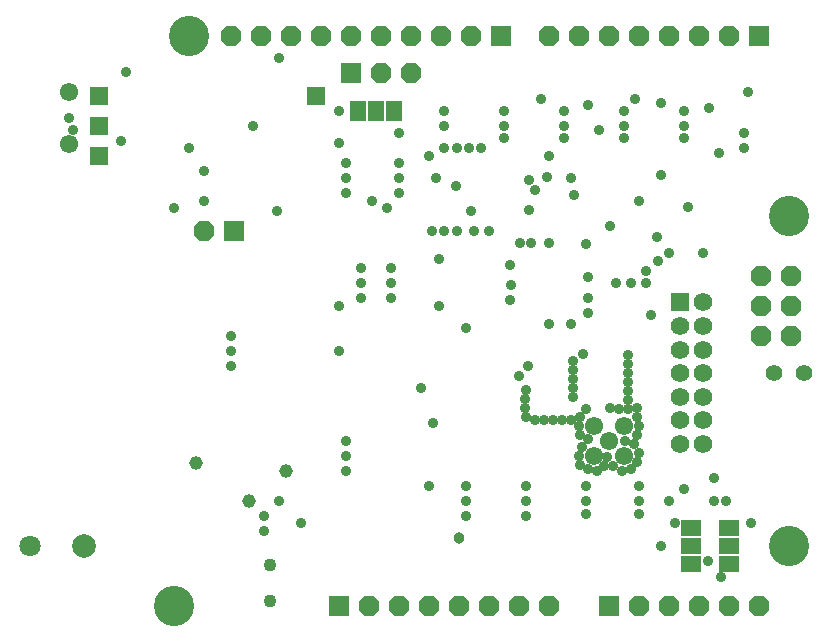
<source format=gbs>
G75*
G70*
%OFA0B0*%
%FSLAX24Y24*%
%IPPOS*%
%LPD*%
%AMOC8*
5,1,8,0,0,1.08239X$1,22.5*
%
%ADD10C,0.1340*%
%ADD11OC8,0.0680*%
%ADD12R,0.0680X0.0680*%
%ADD13R,0.0710X0.0540*%
%ADD14R,0.0540X0.0710*%
%ADD15C,0.0611*%
%ADD16R,0.0592X0.0592*%
%ADD17C,0.0710*%
%ADD18C,0.0789*%
%ADD19R,0.0620X0.0620*%
%ADD20C,0.0620*%
%ADD21C,0.0434*%
%ADD22C,0.0560*%
%ADD23C,0.0460*%
%ADD24C,0.0380*%
%ADD25C,0.0350*%
D10*
X007250Y002336D03*
X027750Y004336D03*
X027750Y015336D03*
X007750Y021336D03*
D11*
X009150Y021336D03*
X010150Y021336D03*
X011150Y021336D03*
X012150Y021336D03*
X013150Y021336D03*
X014150Y021336D03*
X015150Y021336D03*
X016150Y021336D03*
X017150Y021336D03*
X015150Y020086D03*
X014150Y020086D03*
X019750Y021336D03*
X020750Y021336D03*
X021750Y021336D03*
X022750Y021336D03*
X023750Y021336D03*
X024750Y021336D03*
X025750Y021336D03*
X026805Y013316D03*
X027805Y013316D03*
X027805Y012316D03*
X026805Y012316D03*
X026805Y011316D03*
X027805Y011316D03*
X026750Y002336D03*
X025750Y002336D03*
X024750Y002336D03*
X023750Y002336D03*
X022750Y002336D03*
X019750Y002336D03*
X018750Y002336D03*
X017750Y002336D03*
X016750Y002336D03*
X015750Y002336D03*
X014750Y002336D03*
X013750Y002336D03*
X008250Y014836D03*
D12*
X009250Y014836D03*
X013150Y020086D03*
X018150Y021336D03*
X026750Y021336D03*
X021750Y002336D03*
X012750Y002336D03*
D13*
X024500Y003736D03*
X024500Y004336D03*
X024500Y004936D03*
X025750Y004936D03*
X025750Y004336D03*
X025750Y003736D03*
D14*
X014600Y018836D03*
X014000Y018836D03*
X013400Y018836D03*
D15*
X003750Y019452D03*
X003750Y017719D03*
X021250Y008336D03*
X021750Y007836D03*
X021250Y007336D03*
X022250Y007336D03*
X022250Y008336D03*
D16*
X012000Y019336D03*
X004750Y019336D03*
X004750Y018336D03*
X004750Y017336D03*
D17*
X002469Y004336D03*
D18*
X004240Y004336D03*
D19*
X024106Y012448D03*
D20*
X024894Y012448D03*
X024894Y011660D03*
X024894Y010873D03*
X024106Y010873D03*
X024106Y011660D03*
X024106Y010086D03*
X024894Y010086D03*
X024894Y009298D03*
X024106Y009298D03*
X024106Y008511D03*
X024106Y007723D03*
X024894Y007723D03*
X024894Y008511D03*
D21*
X010450Y003676D03*
X010450Y002495D03*
D22*
X027250Y010086D03*
X028250Y010086D03*
D23*
X011000Y006836D03*
X009750Y005836D03*
X008000Y007086D03*
D24*
X016750Y004586D03*
D25*
X017000Y005336D03*
X017000Y005836D03*
X017000Y006336D03*
X015750Y006336D03*
X015900Y008436D03*
X015500Y009586D03*
X017000Y011586D03*
X016100Y012336D03*
X014500Y012586D03*
X014500Y013086D03*
X014500Y013586D03*
X013500Y013586D03*
X013500Y013086D03*
X013500Y012586D03*
X012750Y012336D03*
X012750Y010836D03*
X009150Y010836D03*
X009150Y011336D03*
X009150Y010336D03*
X013000Y007836D03*
X013000Y007336D03*
X013000Y006836D03*
X011500Y005086D03*
X010750Y005836D03*
X010250Y005336D03*
X010250Y004836D03*
X018750Y009986D03*
X019050Y010336D03*
X019000Y009536D03*
X018950Y009236D03*
X018950Y008936D03*
X019000Y008636D03*
X019300Y008536D03*
X019600Y008536D03*
X019900Y008536D03*
X020200Y008536D03*
X020500Y008536D03*
X020800Y008636D03*
X020750Y008336D03*
X020800Y008036D03*
X021050Y007886D03*
X020850Y007636D03*
X020750Y007336D03*
X020800Y007036D03*
X021050Y006886D03*
X021350Y006836D03*
X021600Y006986D03*
X021900Y006986D03*
X022200Y006836D03*
X022500Y006886D03*
X022700Y007136D03*
X022750Y007436D03*
X022600Y007736D03*
X022700Y008036D03*
X022750Y008336D03*
X022700Y008636D03*
X022700Y008936D03*
X022400Y008886D03*
X022400Y009186D03*
X022100Y008886D03*
X021800Y008936D03*
X021000Y008886D03*
X020550Y009286D03*
X020550Y009586D03*
X020550Y009886D03*
X020550Y010186D03*
X020550Y010486D03*
X020900Y010736D03*
X020500Y011736D03*
X021050Y012086D03*
X021050Y012586D03*
X022000Y013086D03*
X022500Y013086D03*
X023000Y013086D03*
X023000Y013486D03*
X023400Y013836D03*
X023750Y014086D03*
X023350Y014636D03*
X024400Y015636D03*
X023500Y016686D03*
X022750Y015836D03*
X021800Y014986D03*
X021000Y014386D03*
X021050Y013286D03*
X019750Y014436D03*
X019150Y014436D03*
X018800Y014436D03*
X017750Y014836D03*
X017250Y014836D03*
X016700Y014836D03*
X016250Y014836D03*
X015850Y014836D03*
X016100Y013886D03*
X017150Y015486D03*
X016650Y016336D03*
X016000Y016586D03*
X015750Y017336D03*
X016250Y017586D03*
X016700Y017586D03*
X017100Y017586D03*
X017500Y017586D03*
X018250Y017936D03*
X018250Y018336D03*
X018250Y018836D03*
X019500Y019236D03*
X020250Y018836D03*
X020250Y018336D03*
X020250Y017936D03*
X019750Y017336D03*
X019700Y016636D03*
X019300Y016186D03*
X019100Y016536D03*
X019100Y015536D03*
X020600Y016036D03*
X020500Y016586D03*
X022250Y017936D03*
X022250Y018336D03*
X022250Y018836D03*
X022625Y019211D03*
X023500Y019086D03*
X024250Y018836D03*
X024250Y018336D03*
X024250Y017936D03*
X025407Y017428D03*
X026250Y017586D03*
X026250Y018086D03*
X025100Y018936D03*
X026375Y019461D03*
X021407Y018178D03*
X021049Y019036D03*
X016250Y018836D03*
X016250Y018336D03*
X014750Y018086D03*
X014750Y017086D03*
X014750Y016586D03*
X014750Y016086D03*
X014350Y015586D03*
X013850Y015836D03*
X013000Y016086D03*
X013000Y016586D03*
X013000Y017086D03*
X012750Y017771D03*
X012750Y018836D03*
X010750Y020586D03*
X009900Y018336D03*
X008250Y016836D03*
X007750Y017586D03*
X008250Y015836D03*
X007250Y015586D03*
X005500Y017836D03*
X003900Y018186D03*
X003750Y018586D03*
X005650Y020136D03*
X010700Y015486D03*
X018450Y013686D03*
X018500Y013036D03*
X018450Y012536D03*
X019750Y011736D03*
X022400Y010686D03*
X022400Y010386D03*
X022400Y010086D03*
X022400Y009786D03*
X022400Y009486D03*
X022300Y007836D03*
X021700Y007286D03*
X021000Y006336D03*
X021000Y005836D03*
X021000Y005386D03*
X022750Y005386D03*
X022750Y005836D03*
X022750Y006336D03*
X023750Y005836D03*
X024250Y006210D03*
X025250Y005836D03*
X025650Y005836D03*
X026500Y005086D03*
X025050Y003836D03*
X025500Y003286D03*
X023500Y004336D03*
X023950Y005086D03*
X025250Y006586D03*
X019000Y006336D03*
X019000Y005836D03*
X019000Y005336D03*
X023150Y012036D03*
X024894Y014086D03*
M02*

</source>
